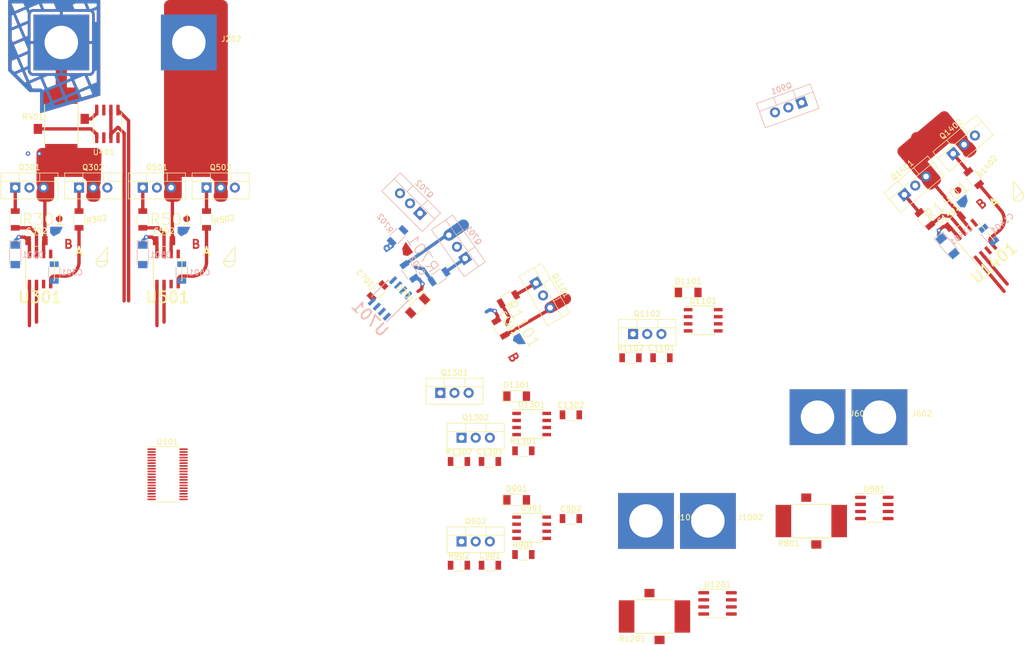
<source format=kicad_pcb>
(kicad_pcb (version 20211014) (generator pcbnew)
  (layers (0 "F.Cu" signal) (31 "B.Cu" signal) (34 "B.Paste" user) (35 "F.Paste" user) (36 "B.SilkS" user "B.Silkscreen") (37 "F.SilkS" user "F.Silkscreen") (38 "B.Mask" user) (39 "F.Mask" user) (44 "Edge.Cuts" user))
  (net 0 "")
  (net 1 "+15V")
  (net 2 "GND")
  (net 3 "/Full Bridge/Leg+/VB")
  (net 4 "/Full Bridge/Leg+/VS")
  (net 5 "/Full Bridge/Leg-/VB")
  (net 6 "/Full Bridge/Leg-/VS")
  (net 7 "/Full Bridge1/Leg+/VB")
  (net 8 "/Full Bridge1/Leg+/VS")
  (net 9 "/Full Bridge1/Leg-/VB")
  (net 10 "/Full Bridge1/Leg-/VS")
  (net 11 "/Full Bridge2/Leg+/VB")
  (net 12 "/Full Bridge2/Leg+/VS")
  (net 13 "/Full Bridge2/Leg-/VB")
  (net 14 "/Full Bridge2/Leg-/VS")
  (net 15 "/Leg+1/VB")
  (net 16 "/Leg+1/VS")
  (net 17 "/Full Bridge/Current sensor/OUT")
  (net 18 "/Full Bridge1/Current sensor/OUT")
  (net 19 "/Full Bridge2/Current sensor/OUT")
  (net 20 "Net-(Q301-Pad1)")
  (net 21 "+VDC")
  (net 22 "Net-(Q302-Pad1)")
  (net 23 "Net-(Q501-Pad1)")
  (net 24 "Net-(Q502-Pad1)")
  (net 25 "Net-(Q701-Pad1)")
  (net 26 "Net-(Q702-Pad1)")
  (net 27 "Net-(Q901-Pad1)")
  (net 28 "Net-(Q902-Pad1)")
  (net 29 "Net-(Q1101-Pad1)")
  (net 30 "Net-(Q1102-Pad1)")
  (net 31 "Net-(Q1301-Pad1)")
  (net 32 "Net-(Q1302-Pad1)")
  (net 33 "Net-(Q1401-Pad1)")
  (net 34 "Net-(Q1402-Pad1)")
  (net 35 "Net-(R301-Pad1)")
  (net 36 "Net-(R302-Pad1)")
  (net 37 "Net-(R401-Pad2)")
  (net 38 "Net-(R401-Pad3)")
  (net 39 "Net-(R501-Pad1)")
  (net 40 "Net-(R502-Pad1)")
  (net 41 "Net-(R701-Pad1)")
  (net 42 "Net-(R702-Pad1)")
  (net 43 "Net-(R801-Pad2)")
  (net 44 "Net-(R801-Pad3)")
  (net 45 "Net-(R901-Pad1)")
  (net 46 "Net-(R902-Pad1)")
  (net 47 "Net-(R1101-Pad1)")
  (net 48 "Net-(R1102-Pad1)")
  (net 49 "Net-(R1201-Pad2)")
  (net 50 "Net-(R1201-Pad3)")
  (net 51 "Net-(R1301-Pad1)")
  (net 52 "Net-(R1302-Pad1)")
  (net 53 "Net-(R1401-Pad1)")
  (net 54 "Net-(R1402-Pad1)")
  (net 57 "+3V3")
  (net 58 "/Full Bridge1/Q_high")
  (net 59 "/Full Bridge1/Q_low")
  (net 60 "/Full Bridge2/Q_high")
  (net 61 "/Full Bridge2/Q_low")
  (net 62 "/Leg+1/Q_HIGH")
  (net 63 "/Leg+1/Q_LOW")
  (net 71 "/Full Bridge/current")
  (net 72 "/Full Bridge1/current")
  (net 73 "/Full Bridge2/current")
  (net 86 "/Full Bridge/Q_low")
  (net 87 "/Full Bridge/Q_high")
  (footprint "Package_SO:SOIC-8_3.9x4.9mm_P1.27mm" (layer "F.Cu") (at 86.36 64.77 90)
    (fp_text reference "U401")
    (fp_text value "INA240A1D" hide)
  )
  (footprint "Passives:R1206M" (layer "F.Cu") (at 69.85 81.915 90)
    (fp_text reference "R301")
    (fp_text value "20R" hide)
  )
  (footprint "Discretes:TO-220" (layer "F.Cu") (at 149.85 139.685)
    (fp_text reference "Q902")
    (fp_text value "CSD19531KCS" hide)
  )
  (footprint "Connector:Pusa_6mm" (layer "F.Cu") (at 194.015 136)
    (fp_text reference "J1002")
    (fp_text value "Pusa_6mm")
  )
  (footprint "Passives:R1206M" (layer "F.Cu") (at 92.71 81.915 90)
    (fp_text reference "R501")
    (fp_text value "20R" hide)
  )
  (footprint "Discretes:TO-220" (layer "F.Cu") (at 180.6 102.465)
    (fp_text reference "Q1102")
    (fp_text value "CSD19531KCS" hide)
  )
  (footprint "Package_SO:SO8" (layer "F.Cu") (at 97.155 90.805 90)
    (fp_text reference "U501")
    (fp_text value "IR2181" hide)
  )
  (footprint "Passives:RM" (layer "F.Cu") (at 184.44 153.145)
    (fp_text reference "R1201")
    (fp_text value "R_Shunt" hide)
  )
  (footprint "Passives:R1206M" (layer "F.Cu") (at 232.908531 81.847943 130)
    (fp_text reference "R1401")
    (fp_text value "20R" hide)
  )
  (footprint "Passives:C1206M" (layer "F.Cu") (at 134.779551 94.737166 -135)
    (fp_text reference "C701")
    (fp_text value "1u" hide)
  )
  (footprint "Discretes:TO-220" (layer "F.Cu") (at 237.990887 70.122937 40)
    (fp_text reference "Q1402")
    (fp_text value "CSD19531KCS" hide)
  )
  (footprint "Passives:C1206M" (layer "F.Cu") (at 154.94 143.95)
    (fp_text reference "C901")
    (fp_text value "1u" hide)
  )
  (footprint "Passives:C1206M" (layer "F.Cu") (at 96.52 85.725)
    (fp_text reference "C502")
    (fp_text value "1u" hide)
  )
  (footprint "Discretes:TO-220" (layer "F.Cu") (at 69.85 76.2)
    (fp_text reference "Q301")
    (fp_text value "CSD19531KCS" hide)
  )
  (footprint "Discretes:TO-220" (layer "F.Cu") (at 81.28 76.2)
    (fp_text reference "Q302")
    (fp_text value "CSD19531KCS" hide)
  )
  (footprint "Package_SO:SO8" (layer "F.Cu") (at 242.02798 85.800888 130)
    (fp_text reference "U1401")
    (fp_text value "IR2181" hide)
  )
  (footprint "Discretes:TO-220" (layer "F.Cu") (at 149.85 121.075)
    (fp_text reference "Q1302")
    (fp_text value "CSD19531KCS" hide)
  )
  (footprint "Package_SO:SO8" (layer "F.Cu") (at 162.42 137.225)
    (fp_text reference "U901")
    (fp_text value "IR2181" hide)
  )
  (footprint "Passives:R1206M" (layer "F.Cu") (at 180.14 106.73)
    (fp_text reference "R1102")
    (fp_text value "20R" hide)
  )
  (footprint "Passives:R1206M" (layer "F.Cu") (at 160.94 142.03)
    (fp_text reference "R901")
    (fp_text value "20R" hide)
  )
  (footprint "Connector:Pusa_6mm" (layer "F.Cu") (at 182.915 136)
    (fp_text reference "J1001")
    (fp_text value "Pusa_6mm")
  )
  (footprint "Diode_SMD:D_MiniMELF" (layer "F.Cu") (at 159.74 113.615)
    (fp_text reference "D1301")
    (fp_text value "1N4148")
  )
  (footprint "Passives:C1206M" (layer "F.Cu") (at 169.45 116.97)
    (fp_text reference "C1302")
    (fp_text value "1u" hide)
  )
  (footprint "Connector:Pusa_6mm" (layer "F.Cu") (at 100.965 50.165)
    (fp_text reference "J202")
    (fp_text value "Pusa_6mm")
  )
  (footprint "Diode_SMD:D_MiniMELF" (layer "F.Cu") (at 190.49 95.005)
    (fp_text reference "D1101")
    (fp_text value "1N4148")
  )
  (footprint "Discretes:TO-220" (layer "F.Cu") (at 92.71 76.2)
    (fp_text reference "Q501")
    (fp_text value "CSD19531KCS" hide)
  )
  (footprint "Package_SO:SOIC-8_3.9x4.9mm_P1.27mm" (layer "F.Cu") (at 195.74 150.795)
    (fp_text reference "U1201")
    (fp_text value "INA240A1D")
  )
  (footprint "Discretes:TO-220" (layer "F.Cu") (at 146.05 113.03)
    (fp_text reference "Q1301")
    (fp_text value "CSD19531KCS" hide)
  )
  (footprint "Passives:C1206M" (layer "F.Cu") (at 156.851108 101.407056 -60)
    (fp_text reference "C1102")
    (fp_text value "1u" hide)
  )
  (footprint "Discretes:TO-220" (layer "F.Cu") (at 229.235 77.47 40)
    (fp_text reference "Q1401")
    (fp_text value "CSD19531KCS" hide)
  )
  (footprint "Package_SO:SO8" (layer "F.Cu") (at 193.17 100.005)
    (fp_text reference "U1101")
    (fp_text value "IR2181" hide)
  )
  (footprint "Passives:R1206M" (layer "F.Cu") (at 81.28 81.915 90)
    (fp_text reference "R302")
    (fp_text value "20R" hide)
  )
  (footprint "Connector:Pusa_6mm" (layer "F.Cu") (at 213.665 117.39)
    (fp_text reference "J601")
    (fp_text value "Pusa_6mm")
  )
  (footprint "Connector:Pusa_6mm" (layer "F.Cu") (at 78.105 50.165)
    (fp_text reference "J201" hide)
    (fp_text value "Pusa_6mm" hide)
  )
  (footprint "Package_SO:SO8" (layer "F.Cu") (at 74.295 90.805 90)
    (fp_text reference "U301")
    (fp_text value "IR2181" hide)
  )
  (footprint "Passives:R1206M" (layer "F.Cu") (at 149.39 143.95)
    (fp_text reference "R902")
    (fp_text value "20R" hide)
  )
  (footprint "Passives:C1206M" (layer "F.Cu") (at 238.276181 82.317552 40)
    (fp_text reference "C1402")
    (fp_text value "1u" hide)
  )
  (footprint "Passives:RM" (layer "F.Cu") (at 212.55 136.025)
    (fp_text reference "R801")
    (fp_text value "R_Shunt" hide)
  )
  (footprint "Package_SO:TSSOP-38_4.4x9.7mm_P0.5mm" (layer "F.Cu") (at 97.155 127.635)
    (fp_text reference "U101")
    (fp_text value "TMS320F28027DA")
  )
  (footprint "Passives:R1206M" (layer "F.Cu") (at 160.94 123.42)
    (fp_text reference "R1301")
    (fp_text value "20R" hide)
  )
  (footprint "Package_SO:SO8" (layer "F.Cu") (at 162.42 118.615)
    (fp_text reference "U1301")
    (fp_text value "IR2181" hide)
  )
  (footprint "Diode_SMD:D_MiniMELF" (layer "F.Cu") (at 159.74 132.225)
    (fp_text reference "D901")
    (fp_text value "1N4148")
  )
  (footprint "Passives:C1206M" (layer "F.Cu") (at 73.66 85.725)
    (fp_text reference "C302")
    (fp_text value "1u" hide)
  )
  (footprint "Passives:C1206M" (layer "F.Cu") (at 154.94 125.34)
    (fp_text reference "C1301")
    (fp_text value "1u" hide)
  )
  (footprint "Discretes:TO-220" (layer "F.Cu") (at 104.14 76.2)
    (fp_text reference "Q502")
    (fp_text value "CSD19531KCS" hide)
  )
  (footprint "Passives:R1206M" (layer "F.Cu") (at 158.245664 96.2025 30)
    (fp_text reference "R1101")
    (fp_text value "20R" hide)
  )
  (footprint "Passives:R1206M" (layer "F.Cu") (at 149.39 125.34)
    (fp_text reference "R1302")
    (fp_text value "20R" hide)
  )
  (footprint "Passives:C1206M" (layer "F.Cu") (at 169.45 135.58)
    (fp_text reference "C902")
    (fp_text value "1u" hide)
  )
  (footprint "Passives:RM" (layer "F.Cu") (at 78.105 64.77 -90)
    (fp_text reference "R401")
    (fp_text value "R_Shunt" hide)
  )
  (footprint "Package_SO:SOIC-8_3.9x4.9mm_P1.27mm" (layer "F.Cu") (at 223.85 133.675)
    (fp_text reference "U801")
    (fp_text value "INA240A1D")
  )
  (footprint "Passives:R1206M" (layer "F.Cu") (at 241.664419 74.500881 130)
    (fp_text reference "R1402")
    (fp_text value "20R" hide)
  )
  (footprint "Passives:C1206M" (layer "F.Cu") (at 185.69 106.73)
    (fp_text reference "C1101")
    (fp_text value "1u" hide)
  )
  (footprint "Diode_SMD:D_MiniMELF" (layer "F.Cu") (at 141.963756 97.431243 -135)
    (fp_text reference "D701")
    (fp_text value "1N4148" hide)
  )
  (footprint "Connector:Pusa_6mm" (layer "F.Cu") (at 224.765 117.39)
    (fp_text reference "J602")
    (fp_text value "Pusa_6mm")
  )
  (footprint "Discretes:TO-220" (layer "F.Cu") (at 163.195 93.345 -60)
    (fp_text reference "Q1101")
    (fp_text value "CSD19531KCS" hide)
  )
  (footprint "Passives:R1206M" (layer "F.Cu") (at 104.14 81.915 90)
    (fp_text reference "R502")
    (fp_text value "20R" hide)
  )
  (footprint "Discretes:TO-220" (layer "B.Cu") (at 210.82 60.96 -160)
    (fp_text reference "Q901")
    (fp_text value "CSD19531KCS" hide)
  )
  (footprint "Passives:R1206M" (layer "B.Cu") (at 145.813547 92.177989 35)
    (fp_text reference "R701")
    (fp_text value "20R" hide)
  )
  (footprint "Passives:C1206M" (layer "B.Cu") (at 140.507251 91.242346 125)
    (fp_text reference "C702")
    (fp_text value "1u" hide)
  )
  (footprint "Package_SO:SO8" (layer "B.Cu") (at 137.024615 96.084204 45)
    (fp_text reference "U701")
    (fp_text value "IR2181" hide)
  )
  (footprint "Diode_SMD:D_MiniMELF" (layer "B.Cu") (at 92.71 88.265 -90)
    (fp_text reference "D501")
    (fp_text value "1N4148" hide)
  )
  (footprint "Diode_SMD:D_MiniMELF" (layer "B.Cu") (at 236.990232 86.712326 -50)
    (fp_text reference "D1401")
    (fp_text value "1N4148" hide)
  )
  (footprint "Diode_SMD:D_MiniMELF" (layer "B.Cu") (at 69.85 88.265 -90)
    (fp_text reference "D301")
    (fp_text value "1N4148" hide)
  )
  (footprint "Discretes:TO-220" (layer "B.Cu") (at 150.495 88.9 125)
    (fp_text reference "Q701")
    (fp_text value "CSD19531KCS" hide)
  )
  (footprint "Passives:C1206M" (layer "B.Cu") (at 76.835 91.44 -90)
    (fp_text reference "C301")
    (fp_text value "1u" hide)
  )
  (footprint "Passives:C1206M" (layer "B.Cu") (at 99.695 91.44 -90)
    (fp_text reference "C501")
    (fp_text value "1u" hide)
  )
  (footprint "Passives:R1206M" (layer "B.Cu") (at 138.371654 84.858884 45)
    (fp_text reference "R702")
    (fp_text value "20R" hide)
  )
  (footprint "Discretes:TO-220" (layer "B.Cu") (at 142.412769 80.817769 135)
    (fp_text reference "Q702")
    (fp_text value "CSD19531KCS" hide)
  )
  (footprint "Passives:C1206M" (layer "B.Cu") (at 244.381903 84.654645 -50)
    (fp_text reference "C1401")
    (fp_text value "1u" hide)
  )
  (gr_circle (center 77.724 81.788) (end 78.232 81.788) (layer "F.Cu") (width 0.2) (fill solid))
  (gr_poly (pts (xy 139.320591 87.112026) (xy 139.487216 88.235661) (xy 140.194722 88.360414) (xy 141.02698 87.77766) (xy 139.861473 86.113143)) (layer "F.Cu") (width 0.2) (fill solid))
  (gr_circle (center 100.584 81.788) (end 101.092 81.788) (layer "F.Cu") (width 0.2) (fill solid))
  (gr_circle (center 238.858731 76.689347) (end 239.247882 76.362811) (layer "F.Cu") (width 0.2) (fill solid))
  (gr_poly (pts (xy 240.491412 78.6351) (xy 240.039647 79.677322) (xy 239.32396 79.614708) (xy 238.670888 78.836407) (xy 240.22749 77.530262)) (layer "B.Cu") (width 0.2) (fill solid))
  (gr_poly (pts (xy 77.724 84.328) (xy 76.708 84.836) (xy 76.2 84.328) (xy 76.2 83.312) (xy 78.232 83.312)) (layer "B.Cu") (width 0.2) (fill solid))
  (gr_poly (pts (xy 160.092946 104.228084) (xy 159.145005 103.602202) (xy 159.330946 102.908261) (xy 160.210827 102.400261) (xy 161.226827 104.160025)) (layer "B.Cu") (width 0.2) (fill solid))
  (gr_poly (pts (xy 100.584 84.328) (xy 99.568 84.836) (xy 99.06 84.328) (xy 99.06 83.312) (xy 101.092 83.312)) (layer "B.Cu") (width 0.2) (fill solid))
  (gr_arc (start 250.372333 76.975492) (mid 250.247103 78.406866) (end 248.81573 78.281636) (layer "F.SilkS") (width 0.15))
  (gr_line (start 250.372333 76.975492) (end 248.81573 78.281636) (layer "F.SilkS") (width 0.15))
  (gr_line (start 86.36 86.868) (end 86.36 89.408) (layer "F.SilkS") (width 0.15))
  (gr_line (start 107.188 89.408) (end 109.22 86.868) (layer "F.SilkS") (width 0.15))
  (gr_arc (start 109.22 89.408) (mid 108.204 90.424) (end 107.188 89.408) (layer "F.SilkS") (width 0.15))
  (gr_line (start 109.22 86.868) (end 109.22 89.408) (layer "F.SilkS") (width 0.15))
  (gr_line (start 248.81573 78.281636) (end 248.739652 75.029739) (layer "F.SilkS") (width 0.15))
  (gr_line (start 248.739652 75.029739) (end 250.372333 76.975492) (layer "F.SilkS") (width 0.15))
  (gr_line (start 84.328 89.408) (end 86.36 86.868) (layer "F.SilkS") (width 0.15))
  (gr_line (start 86.36 89.408) (end 84.328 89.408) (layer "F.SilkS") (width 0.15))
  (gr_arc (start 86.36 89.408) (mid 85.344 90.424) (end 84.328 89.408) (layer "F.SilkS") (width 0.15))
  (gr_line (start 109.22 89.408) (end 107.188 89.408) (layer "F.SilkS") (width 0.15))
  (gr_text "B" (at 243.062295 79.13046 40) (layer "F.Cu") (effects (font (size 1.5 1.5) (thickness 0.3))))
  (gr_text "B" (at 79.375 86.36) (layer "F.Cu") (effects (font (size 1.5 1.5) (thickness 0.3))))
  (gr_text "B" (at 159.158682 106.673892 -60) (layer "F.Cu") (effects (font (size 1.5 1.5) (thickness 0.3))))
  (gr_text "B" (at 102.235 86.36) (layer "F.Cu") (effects (font (size 1.5 1.5) (thickness 0.3))))
  (gr_text "B" (at 136.7091 86.925113 305) (layer "B.Cu") (effects (font (size 1.5 1.5) (thickness 0.3)) (justify mirror)))
  (gr_text "A" (at 104.14 87.63) (layer "F.SilkS") (effects (font (size 1.5 1.5) (thickness 0.3))))
  (gr_text "A" (at 81.28 87.63) (layer "F.SilkS") (effects (font (size 1.5 1.5) (thickness 0.3))))
  (gr_text "A" (at 245.33795 78.878826 40) (layer "F.SilkS") (effects (font (size 1.5 1.5) (thickness 0.3))))
  (via (at 72.136 70.104) (size 0.8) (drill 0.4) (layers "F.Cu" "B.Cu") (net 0))
  (segment (start 71.525 85.09) (end 72.16 85.725) (width 0.6) (layer "F.Cu") (net 3))
  (segment (start 72.39 88.105) (end 72.39 85.955) (width 0.6) (layer "F.Cu") (net 3))
  (segment (start 70.485 85.09) (end 71.525 85.09) (width 0.6) (layer "F.Cu") (net 3))
  (segment (start 72.39 85.955) (end 72.16 85.725) (width 0.6) (layer "F.Cu") (net 3))
  (via (at 70.485 85.09) (size 0.8) (drill 0.4) (layers "F.Cu" "B.Cu") (net 3))
  (segment (start 69.85 86.515) (end 69.85 85.725) (width 0.6) (layer "B.Cu") (net 3))
  (segment (start 69.85 85.725) (end 70.485 85.09) (width 0.6) (layer "B.Cu") (net 3))
  (segment (start 83.82 73.025) (end 78.74 73.025) (width 2) (layer "F.Cu") (net 4))
  (segment (start 75.16 76.43) (end 74.93 76.2) (width 0.6) (layer "F.Cu") (net 4))
  (segment (start 78.105 72.39) (end 78.74 73.025) (width 2) (layer "F.Cu") (net 4))
  (segment (start 74.93 88.105) (end 74.93 85.955) (width 0.6) (layer "F.Cu") (net 4))
  (segment (start 83.82 76.2) (end 83.82 73.025) (width 2) (layer "F.Cu") (net 4))
  (segment (start 78.105 69.77) (end 78.105 72.39) (width 2) (layer "F.Cu") (net 4))
  (segment (start 78.74 73.025) (end 74.93 73.025) (width 2) (layer "F.Cu") (net 4))
  (segment (start 74.93 85.955) (end 75.16 85.725) (width 0.6) (layer "F.Cu") (net 4))
  (segment (start 75.16 85.725) (end 75.16 76.43) (width 0.6) (layer "F.Cu") (net 4))
  (segment (start 74.93 73.025) (end 74.93 76.2) (width 2) (layer "F.Cu") (net 4))
  (via (at 74.168 70.104) (size 0.8) (drill 0.4) (layers "F.Cu" "B.Cu") (net 4))
  (segment (start 95.25 85.955) (end 95.02 85.725) (width 0.6) (layer "F.Cu") (net 5))
  (segment (start 94.385 85.09) (end 95.02 85.725) (width 0.6) (layer "F.Cu") (net 5))
  (segment (start 95.25 88.105) (end 95.25 85.955) (width 0.6) (layer "F.Cu") (net 5))
  (segment (start 93.345 85.09) (end 94.385 85.09) (width 0.6) (layer "F.Cu") (net 5))
  (via (at 93.345 85.09) (size 0.8) (drill 0.4) (layers "F.Cu" "B.Cu") (net 5))
  (segment (start 92.71 85.725) (end 93.345 85.09) (width 0.6) (layer "B.Cu") (net 5))
  (segment (start 92.71 86.515) (end 92.71 85.725) (width 0.6) (layer "B.Cu") (net 5))
  (segment (start 97.79 85.955) (end 98.02 85.725) (width 0.6) (layer "F.Cu") (net 6))
  (segment (start 98.02 85.725) (end 98.02 76.43) (width 0.6) (layer "F.Cu") (net 6))
  (segment (start 98.02 76.43) (end 97.79 76.2) (width 0.6) (layer "F.Cu") (net 6))
  (segment (start 106.68 76.2) (end 106.68 73.025) (width 2) (layer "F.Cu") (net 6))
  (segment (start 100.965 72.39) (end 101.6 73.025) (width 2) (layer "F.Cu") (net 6))
  (segment (start 97.79 88.105) (end 97.79 85.955) (width 0.6) (layer "F.Cu") (net 6))
  (segment (start 97.79 73.025) (end 97.79 76.2) (width 2) (layer "F.Cu") (net 6))
  (segment (start 100.965 69.77) (end 100.965 72.39) (width 2) (layer "F.Cu") (net 6))
  (segment (start 101.6 73.025) (end 97.79 73.025) (width 2) (layer "F.Cu") (net 6))
  (segment (start 106.68 73.025) (end 101.6 73.025) (width 2) (layer "F.Cu") (net 6))
  (segment (start 142.045447 94.816441) (end 142.692577 94.363316) (width 0.6) (layer "F.Cu") (net 7))
  (segment (start 142.692577 94.363316) (end 142.848517 93.478933) (width 0.6) (layer "F.Cu") (net 7))
  (via (at 142.848517 93.478933) (size 0.8) (drill 0.4) (layers "F.Cu" "B.Cu") (net 7))
  (segment (start 142.251998 92.627015) (end 141.367615 92.471074) (width 0.6) (layer "B.Cu") (net 7))
  (segment (start 142.848517 93.478933) (end 142.251998 92.627015) (width 0.6) (layer "B.Cu") (net 7))
  (segment (start 141.047288 92.414592) (end 141.367615 92.471074) (width 0.6) (layer "B.Cu") (net 7))
  (segment (start 147.260904 84.682225) (end 147.581232 84.738708) (width 0.6) (layer "B.Cu") (net 8))
  (segment (start 139.590404 90.333946) (end 139.646886 90.013618) (width 0.6) (layer "B.Cu") (net 8))
  (segment (start 139.646886 90.013618) (end 147.260904 84.682225) (width 0.6) (layer "B.Cu") (net 8))
  (segment (start 150.182039 82.917602) (end 147.581232 84.738708) (width 2) (layer "B.Cu") (net 8))
  (segment (start 156.333534 99.240593) (end 156.101108 100.108019) (width 0.6) (layer "F.Cu") (net 11))
  (segment (start 155.813534 98.339926) (end 156.333534 99.240593) (width 0.6) (layer "F.Cu") (net 11))
  (segment (start 156.016922 100.422205) (end 156.101108 100.108019) (width 0.6) (layer "F.Cu") (net 11))
  (via (at 155.813534 98.339926) (size 0.8) (drill 0.4) (layers "F.Cu" "B.Cu") (net 11))
  (segment (start 154.261948 98.5025) (end 154.946108 98.1075) (width 0.6) (layer "B.Cu") (net 11))
  (segment (start 154.946108 98.1075) (end 155.813534 98.339926) (width 0.6) (layer "B.Cu") (net 11))
  (segment (start 165.650814 98.058595) (end 165.735 97.744409) (width 0.6) (layer "F.Cu") (net 12))
  (segment (start 157.286922 102.621909) (end 157.601108 102.706095) (width 0.6) (layer "F.Cu") (net 12))
  (segment (start 157.601108 102.706095) (end 165.650814 98.058595) (width 0.6) (layer "F.Cu") (net 12))
  (segment (start 168.484631 96.156909) (end 165.735 97.744409) (width 2) (layer "F.Cu") (net 12))
  (segment (start 236.232506 83.203466) (end 237.127115 83.281734) (width 0.6) (layer "F.Cu") (net 15))
  (segment (start 237.451146 83.310083) (end 237.127115 83.281734) (width 0.6) (layer "F.Cu") (net 15))
  (segment (start 235.43582 83.871965) (end 236.232506 83.203466) (width 0.6) (layer "F.Cu") (net 15))
  (segment (start 238.833139 84.957079) (end 237.451146 83.310083) (width 0.6) (layer "F.Cu") (net 15))
  (via (at 235.43582 83.871965) (size 0.8) (drill 0.4) (layers "F.Cu" "B.Cu") (net 15))
  (segment (start 235.357552 84.766573) (end 235.43582 83.871965) (width 0.6) (layer "B.Cu") (net 15))
  (segment (start 235.865354 85.371748) (end 235.357552 84.766573) (width 0.6) (layer "B.Cu") (net 15))
  (segment (start 239.425248 81.353371) (end 233.450537 74.232988) (width 0.6) (layer "F.Cu") (net 16))
  (segment (start 237.89579 66.058066) (end 234.004284 69.323427) (width 2) (layer "F.Cu") (net 16))
  (segment (start 239.936641 68.490257) (end 237.89579 66.058066) (width 2) (layer "F.Cu") (net 16))
  (segment (start 231.085655 71.772448) (end 233.126506 74.204639) (width 2) (layer "F.Cu") (net 16))
  (segment (start 231.425573 67.238123) (end 233.109676 69.245159) (width 2) (layer "F.Cu") (net 16))
  (segment (start 240.778892 83.324398) (end 239.396899 81.677402) (width 0.6) (layer "F.Cu") (net 16))
  (segment (start 239.396899 81.677402) (end 239.425248 81.353371) (width 0.6) (layer "F.Cu") (net 16))
  (segment (start 233.450537 74.232988) (end 233.126506 74.204639) (width 0.6) (layer "F.Cu") (net 16))
  (segment (start 234.004284 69.323427) (end 231.085655 71.772448) (width 2) (layer "F.Cu") (net 16))
  (segment (start 233.109676 69.245159) (end 234.004284 69.323427) (width 2) (layer "F.Cu") (net 16))
  (segment (start 78.105 59.77) (end 78.105 50.165) (width 2) (layer "F.Cu") (net 17))
  (segment (start 69.85 80.415) (end 69.85 76.2) (width 0.6) (layer "F.Cu") (net 20))
  (segment (start 81.28 80.415) (end 81.28 76.2) (width 0.6) (layer "F.Cu") (net 22))
  (segment (start 92.71 80.415) (end 92.71 76.2) (width 0.6) (layer "F.Cu") (net 23))
  (segment (start 104.14 80.415) (end 104.14 76.2) (width 0.6) (layer "F.Cu") (net 24))
  (segment (start 147.042274 91.317625) (end 150.495 88.9) (width 0.6) (layer "B.Cu") (net 25))
  (segment (start 159.544703 95.4525) (end 163.195 93.345) (width 0.6) (layer "F.Cu") (net 29))
  (segment (start 231.94435 80.698877) (end 229.235 77.47) (width 0.6) (layer "F.Cu") (net 33))
  (segment (start 240.700238 73.351815) (end 237.990888 70.122938) (width 0.6) (layer "F.Cu") (net 34))
  (segment (start 73.66 88.105) (end 73.66 84.455) (width 0.6) (layer "F.Cu") (net 35))
  (segment (start 72.62 83.415) (end 69.85 83.415) (width 0.6) (layer "F.Cu") (net 35))
  (segment (start 73.66 84.455) (end 72.62 83.415) (width 0.6) (layer "F.Cu") (net 35))
  (segment (start 76.2 93.505) (end 76.2 92.71) (width 0.6) (layer "F.Cu") (net 36))
  (segment (start 76.835 92.075) (end 78.74 92.075) (width 0.6) (layer "F.Cu") (net 36))
  (segment (start 81.28 89.535) (end 81.28 83.415) (width 0.6) (layer "F.Cu") (net 36))
  (arc (start 76.2 92.71) (mid 76.385987 92.260987) (end 76.835 92.075) (width 0.6) (layer "F.Cu") (net 36))
  (arc (start 78.74 92.075) (mid 80.536051 91.331051) (end 81.28 89.535) (width 0.6) (layer "F.Cu") (net 36))
  (segment (start 82.305 63.87) (end 83.45 63.87) (width 0.6) (layer "F.Cu") (net 37))
  (segment (start 83.45 63.87) (end 84.455 62.865) (width 0.6) (layer "F.Cu") (net 37))
  (segment (start 84.455 62.865) (end 84.455 62.295) (width 0.6) (layer "F.Cu") (net 37))
  (segment (start 83.45 65.67) (end 84.455 66.675) (width 0.6) (layer "F.Cu") (net 38))
  (segment (start 73.905 65.67) (end 83.45 65.67) (width 0.6) (layer "F.Cu") (net 38))
  (segment (start 84.455 66.675) (end 84.455 67.245) (width 0.6) (layer "F.Cu") (net 38))
  (segment (start 96.52 84.455) (end 95.48 83.415) (width 0.6) (layer "F.Cu") (net 39))
  (segment (start 95.48 83.415) (end 92.71 83.415) (width 0.6) (layer "F.Cu") (net 39))
  (segment (start 96.52 88.105) (end 96.52 84.455) (width 0.6) (layer "F.Cu") (net 39))
  (segment (start 104.14 89.535) (end 104.14 83.415) (width 0.6) (layer "F.Cu") (net 40))
  (segment (start 99.06 93.505) (end 99.06 92.71) (width 0.6) (layer "F.Cu") (net 40))
  (segment (start 99.695 92.075) (end 101.6 92.075) (width 0.6) (layer "F.Cu") (net 40))
  (arc (start 99.06 92.71) (mid 99.245987 92.260987) (end 99.695 92.075) (width 0.6) (layer "F.Cu") (net 40))
  (arc (start 101.6 92.075) (mid 103.396051 91.331051) (end 104.14 89.535) (width 0.6) (layer "F.Cu") (net 40))
  (segment (start 142.996011 90.769303) (end 144.584818 93.038354) (width 0.6) (layer "B.Cu") (net 41))
  (segment (start 141.547574 90.513904) (end 142.996011 90.769303) (width 0.6) (layer "B.Cu") (net 41))
  (segment (start 158.331627 99.35139) (end 156.946627 96.9525) (width 0.6) (layer "F.Cu") (net 47))
  (segment (start 157.95096 100.772057) (end 158.331627 99.35139) (width 0.6) (layer "F.Cu") (net 47))
  (segment (start 237.459841 81.344676) (end 235.994656 81.216489) (width 0.6) (layer "F.Cu") (net 53))
  (segment (start 239.806016 84.140738) (end 237.459841 81.344676) (width 0.6) (layer "F.Cu") (net 53))
  (segment (start 235.994656 81.216489) (end 233.872713 82.997011) (width 0.6) (layer "F.Cu") (net 53))
  (segment (start 245.222822 86.644698) (end 244.711806 86.035692) (width 0.6) (layer "F.Cu") (net 54))
  (segment (start 246.562461 80.33814) (end 242.628601 75.649948) (width 0.6) (layer "F.Cu") (net 54))
  (segment (start 244.790074 85.141084) (end 246.249388 83.916574) (width 0.6) (layer "F.Cu") (net 54))
  (arc (start 246.249388 83.916574) (mid 247.147042 82.192196) (end 246.562461 80.33814) (width 0.6) (layer "F.Cu") (net 54))
  (arc (start 244.711806 86.035692) (mid 244.56566 85.572178) (end 244.790074 85.141084) (width 0.6) (layer "F.Cu") (net 54))
  (segment (start 88.211441 65.405) (end 88.318559 65.405) (width 0.6) (layer "F.Cu") (net 57))
  (segment (start 86.995 66.621441) (end 88.211441 65.405) (width 0.6) (layer "F.Cu") (net 57))
  (segment (start 86.995 67.245) (end 86.995 66.621441) (width 0.6) (layer "F.Cu") (net 57))
  (segment (start 88.318559 65.405) (end 89.37048 66.456921) (width 0.6) (layer "F.Cu") (net 57))
  (segment (start 89.37048 66.456921) (end 89.37048 96.52) (width 0.6) (layer "F.Cu") (net 57))
  (segment (start 86.995 62.295) (end 86.995 67.245) (width 0.6) (layer "F.Cu") (net 57))
  (segment (start 242.304192 89.093719) (end 247.099388 94.80841) (width 0.6) (layer "F.Cu") (net 62))
  (segment (start 243.277069 88.277378) (end 247.664094 93.505632) (width 0.6) (layer "F.Cu") (net 63))
  (segment (start 88.265 62.295) (end 90.17 64.2) (width 0.6) (layer "F.Cu") (net 71))
  (segment (start 90.17 64.2) (end 90.17 96.52) (width 0.6) (layer "F.Cu") (net 71))
  (segment (start 73.66 93.505) (end 73.66 100.33) (width 0.6) (layer "F.Cu") (net 86))
  (segment (start 95.25 93.505) (end 95.25 100.965) (width 0.6) (layer "F.Cu") (net 86))
  (segment (start 96.52 93.505) (end 96.52 100.33) (width 0.6) (layer "F.Cu") (net 87))
  (segment (start 72.39 93.505) (end 72.39 100.965) (width 0.6) (layer "F.Cu") (net 87))
  (zone (net 16) (net_name "/Leg+1/VS") (layer "F.Cu") (connect_pads yes (clearance 0.508)) (min_thickness 0.254) (fill yes (thermal_gap 0.508) (thermal_bridge_width 0.508) (smoothing fillet) (radius 1))
    (polygon (pts (xy 242.542198 69.61967) (xy 241.082883 70.84418) (xy 240.188275 70.765912) (xy 238.147424 68.333721) (xy 237.252816 68.255453) (xy 233.36131 71.520814) (xy 236.218501 74.925881) (xy 233.78631 76.966732) (xy 227.582124 69.572871) (xy 236.532587 62.062541)))
  )
  (zone (net 4) (net_name "/Full Bridge/Leg+/VS") (layer "F.Cu") (connect_pads yes (clearance 0.508)) (min_thickness 0.254) (fill yes (thermal_gap 0.508) (thermal_bridge_width 0.508) (smoothing fillet) (radius 1))
    (polygon (pts (xy 85.09 78.74) (xy 83.185 78.74) (xy 82.55 78.105) (xy 82.55 74.93) (xy 81.915 74.295) (xy 76.835 74.295) (xy 76.835 78.74) (xy 73.66 78.74) (xy 73.66 69.088) (xy 85.344 69.088)))
  )
  (zone (net 17) (net_name "/Full Bridge/Current sensor/OUT") (layers F&B.Cu) (connect_pads thru_hole_only (clearance 0.508)) (min_thickness 0.254) (fill yes (mode hatch) (thermal_gap 0.508) (thermal_bridge_width 0.508) (hatch_thickness 0.5) (hatch_gap 2) (hatch_orientation 23) (hatch_border_algorithm hatch_thickness) (hatch_min_hole_area 0.3))
    (polygon (pts (xy 85.09 59.69) (xy 74.295 62.865) (xy 74.295 59.055) (xy 72.39 59.055) (xy 68.58 55.245) (xy 68.58 42.545) (xy 85.09 42.545)))
  )
  (zone (net 6) (net_name "/Full Bridge/Leg-/VS") (layer "F.Cu") (connect_pads yes (clearance 0.508)) (min_thickness 0.254) (fill yes (thermal_gap 0.508) (thermal_bridge_width 0.508) (smoothing fillet) (radius 1))
    (polygon (pts (xy 107.95 78.74) (xy 106.045 78.74) (xy 105.41 78.105) (xy 105.41 74.93) (xy 104.775 74.295) (xy 99.695 74.295) (xy 99.695 78.74) (xy 96.52 78.74) (xy 96.52 42.545) (xy 107.95 42.545)))
  )
)
</source>
